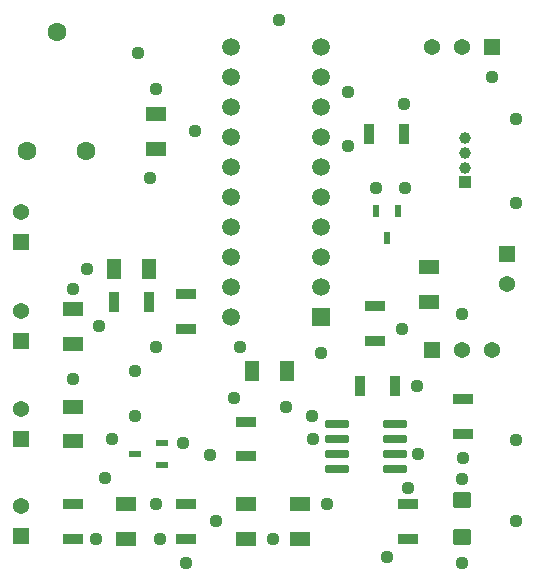
<source format=gts>
G04 ================== begin FILE IDENTIFICATION RECORD ==================*
G04 Layout Name:  WCSA_SystemSchem_4-Layer.brd*
G04 Film Name:    SMT*
G04 File Format:  Gerber RS274X*
G04 File Origin:  Cadence Allegro -unreleased*
G04 Origin Date:  Wed May  4 17:45:03 2022*
G04 *
G04 Layer:  VIA CLASS/SOLDERMASK_TOP*
G04 Layer:  PIN/SOLDERMASK_TOP*
G04 *
G04 Offset:    (0.00 0.00)*
G04 Mirror:    No*
G04 Mode:      Positive*
G04 Rotation:  0*
G04 FullContactRelief:  No*
G04 UndefLineWidth:     0.00*
G04 ================== end FILE IDENTIFICATION RECORD ====================*
%FSLAX25Y25*MOIN*%
%IR0*IPPOS*OFA0.00000B0.00000*MIA0B0*SFA1.00000B1.00000*%
%ADD14C,.044*%
%ADD15C,.063*%
%ADD11C,.05394*%
%ADD24C,.03946*%
%ADD19C,.05937*%
%ADD10R,.05394X.05394*%
%ADD25R,.03946X.03946*%
%ADD21R,.05937X.05937*%
%AMMACRO20*
4,1,40,.03583,-.01181,
-.03583,-.01181,
-.036343,-.011764,
-.036841,-.011629,
-.037308,-.01141,
-.037729,-.011114,
-.038093,-.010748,
-.038387,-.010325,
-.038604,-.009858,
-.038736,-.00936,
-.03878,-.00886,
-.03878,.00886,
-.038734,.009373,
-.038599,.009871,
-.03838,.010338,
-.038084,.010759,
-.037718,.011123,
-.037295,.011417,
-.036828,.011634,
-.03633,.011766,
-.03583,.01181,
.03583,.01181,
.036343,.011764,
.036841,.011629,
.037308,.01141,
.037729,.011114,
.038093,.010748,
.038387,.010325,
.038604,.009858,
.038736,.00936,
.03878,.00886,
.03878,-.00886,
.038734,-.009373,
.038599,-.009871,
.03838,-.010338,
.038084,-.010759,
.037718,-.011123,
.037295,-.011417,
.036828,-.011634,
.03633,-.011766,
.03583,-.01181,
0.0*
%
%ADD20MACRO20*%
%ADD16R,.04X.02*%
%ADD22R,.02X.04*%
%ADD12R,.06811X.03819*%
%ADD18R,.03819X.06811*%
%ADD13R,.07165X.04567*%
%ADD17R,.04567X.07165*%
%AMMACRO23*
4,1,40,.03091,.01924,
.03091,-.01924,
.030792,-.020582,
.030443,-.021884,
.029874,-.023105,
.029101,-.024209,
.028148,-.025162,
.027044,-.025935,
.025822,-.026504,
.02452,-.026853,
.02318,-.02697,
-.02318,-.02697,
-.024522,-.026852,
-.025824,-.026503,
-.027045,-.025934,
-.028149,-.025161,
-.029102,-.024208,
-.029875,-.023104,
-.030444,-.021882,
-.030793,-.02058,
-.03091,-.01924,
-.03091,.01924,
-.030792,.020582,
-.030443,.021884,
-.029874,.023105,
-.029101,.024209,
-.028148,.025162,
-.027044,.025935,
-.025822,.026504,
-.02452,.026853,
-.02318,.02697,
.02318,.02697,
.024522,.026852,
.025824,.026503,
.027045,.025934,
.028149,.025161,
.029102,.024208,
.029875,.023104,
.030444,.021882,
.030793,.02058,
.03091,.01924,
0.0*
%
%ADD23MACRO23*%
%LPD*%
G75*
G54D10*
X-80000Y-80000D03*
Y-47500D03*
Y-15000D03*
Y18000D03*
X57000Y-18000D03*
X82000Y14000D03*
X77000Y83000D03*
G54D20*
X44724Y-57500D03*
X25276D03*
X44724Y-42500D03*
Y-47500D03*
Y-52500D03*
X25276D03*
Y-47500D03*
Y-42500D03*
G54D11*
X-80000Y-70000D03*
Y-37500D03*
Y-5000D03*
Y28000D03*
X67000Y-18000D03*
Y83000D03*
X57000D03*
X77000Y-18000D03*
X82000Y4000D03*
G54D12*
X-62500Y-80827D03*
Y-69173D03*
X-25000Y-80827D03*
Y-69173D03*
X-5000Y-53327D03*
Y-41673D03*
X-25000Y-10827D03*
Y827D03*
X38000Y-14827D03*
Y-3173D03*
X49000Y-80827D03*
Y-69173D03*
X67500Y-45827D03*
Y-34173D03*
G54D21*
X20000Y-7000D03*
G54D13*
X-62500Y-48307D03*
Y-36693D03*
Y-15807D03*
Y-4193D03*
X-45000Y-80807D03*
Y-69193D03*
X-35000Y49193D03*
Y60807D03*
X-5000Y-80807D03*
Y-69193D03*
X13000Y-80807D03*
Y-69193D03*
X56000Y9807D03*
Y-1807D03*
G54D22*
X42000Y19500D03*
X38400Y28500D03*
X45600D03*
G54D23*
X67000Y-80220D03*
Y-67701D03*
G54D14*
X-62500Y-27500D03*
Y2500D03*
X-58000Y9000D03*
X-55000Y-80827D03*
X-33500Y-80807D03*
X-34807Y-69193D03*
X-52000Y-60500D03*
X-49500Y-47600D03*
X-42000Y-40000D03*
X-54086Y-10000D03*
X-35000Y-16900D03*
X-42000Y-25000D03*
X-37100Y39400D03*
X-34950Y69000D03*
X-41000Y81000D03*
X-25000Y-89000D03*
X-15000Y-75000D03*
X-9000Y-34000D03*
X-17000Y-53000D03*
X-26000Y-48900D03*
X-6927Y-16928D03*
X-22000Y55000D03*
X4000Y-80807D03*
X17000Y-40000D03*
X17500Y-47500D03*
X8307Y-37000D03*
X6000Y92000D03*
X42000Y-87000D03*
X22000Y-69193D03*
X20000Y-19000D03*
X38400Y36000D03*
X29000Y68000D03*
Y50000D03*
X67000Y-89000D03*
Y-61000D03*
X67500Y-54000D03*
X49000Y-64000D03*
X52500Y-52500D03*
X52000Y-30000D03*
X67000Y-6000D03*
X47000Y-11000D03*
X48000Y36000D03*
X47827Y64173D03*
X85000Y-75000D03*
Y-48000D03*
Y31000D03*
Y59000D03*
X77000Y73000D03*
G54D24*
X68000Y42921D03*
Y52764D03*
Y47843D03*
G54D15*
X-58158Y48630D03*
X-77842D03*
X-68000Y88000D03*
G54D16*
X-33000Y-56100D03*
X-42000Y-52500D03*
X-33000Y-48900D03*
G54D25*
X68000Y38000D03*
G54D17*
X-48807Y9000D03*
X-37193D03*
X8807Y-25000D03*
X-2807D03*
G54D18*
X-37173Y-2000D03*
X-48827D03*
X33173Y-30000D03*
X36173Y54000D03*
X44827Y-30000D03*
X47827Y54000D03*
G54D19*
X-10000Y-7000D03*
Y3000D03*
Y13000D03*
Y23000D03*
Y33000D03*
Y43000D03*
Y53000D03*
Y63000D03*
Y73000D03*
Y83000D03*
X20000Y13000D03*
Y3000D03*
Y43000D03*
Y33000D03*
Y23000D03*
Y63000D03*
Y53000D03*
Y73000D03*
Y83000D03*
M02*

</source>
